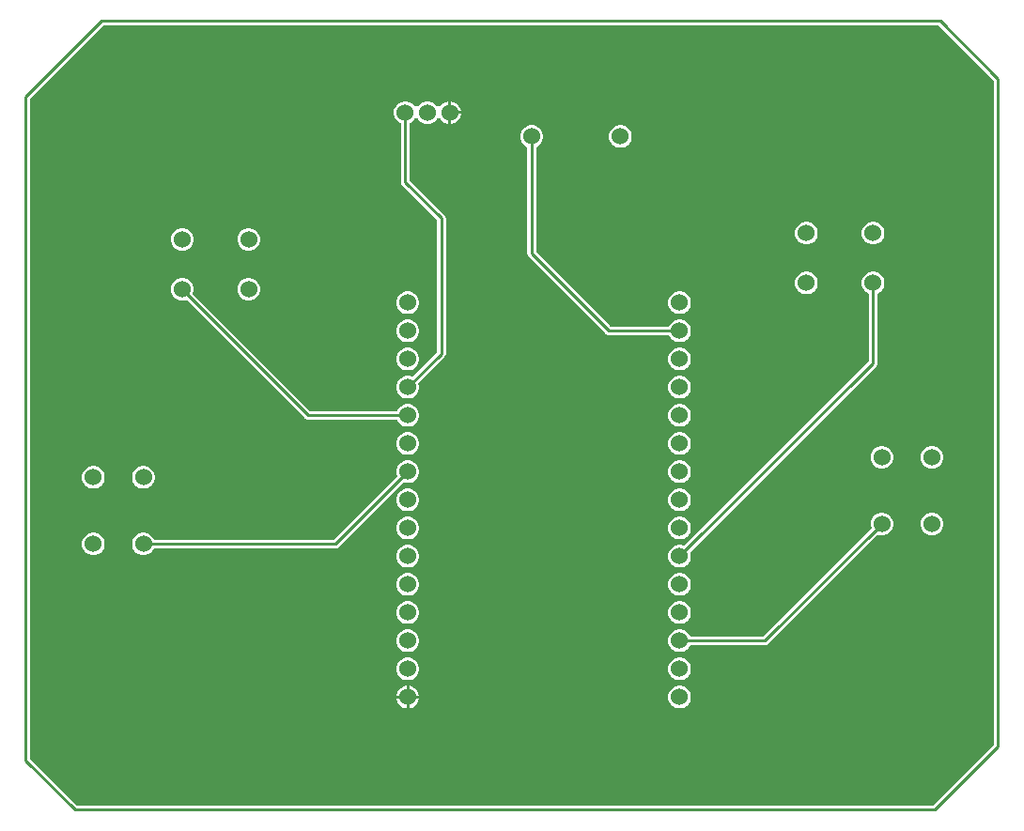
<source format=gbr>
G04*
G04 #@! TF.GenerationSoftware,Altium Limited,Altium Designer,25.3.3 (18)*
G04*
G04 Layer_Physical_Order=1*
G04 Layer_Color=255*
%FSLAX44Y44*%
%MOMM*%
G71*
G04*
G04 #@! TF.SameCoordinates,BFA56DCA-6B84-46F4-87B7-A1C525471511*
G04*
G04*
G04 #@! TF.FilePolarity,Positive*
G04*
G01*
G75*
%ADD10C,0.2540*%
%ADD12C,1.5240*%
G36*
X1454075Y958511D02*
Y359749D01*
X1399201Y304875D01*
X627719D01*
X585545Y347049D01*
Y942001D01*
X651849Y1008305D01*
X1404281D01*
X1454075Y958511D01*
D02*
G37*
%LPC*%
G36*
X962340Y939800D02*
X962272D01*
X959688Y939108D01*
X957372Y937770D01*
X955480Y935878D01*
X955077Y935180D01*
X952143D01*
X951740Y935878D01*
X949848Y937770D01*
X947532Y939108D01*
X944948Y939800D01*
X942272D01*
X939688Y939108D01*
X937372Y937770D01*
X935480Y935878D01*
X935077Y935180D01*
X932143D01*
X931740Y935878D01*
X929848Y937770D01*
X927532Y939108D01*
X924948Y939800D01*
X922272D01*
X919688Y939108D01*
X917372Y937770D01*
X915480Y935878D01*
X914142Y933562D01*
X913450Y930978D01*
Y928302D01*
X914142Y925718D01*
X915480Y923402D01*
X917372Y921510D01*
X919688Y920172D01*
X919725Y920163D01*
Y867090D01*
X920021Y865603D01*
X920863Y864343D01*
X952425Y832781D01*
Y713969D01*
X929895Y691439D01*
X929862Y691458D01*
X927278Y692150D01*
X924602D01*
X922018Y691458D01*
X919702Y690120D01*
X917810Y688228D01*
X916472Y685912D01*
X915780Y683328D01*
Y680652D01*
X916472Y678068D01*
X917810Y675752D01*
X919702Y673860D01*
X922018Y672522D01*
X924602Y671830D01*
X927278D01*
X929862Y672522D01*
X932178Y673860D01*
X934070Y675752D01*
X935408Y678068D01*
X936100Y680652D01*
Y683328D01*
X935408Y685912D01*
X935388Y685945D01*
X959057Y709613D01*
X959899Y710873D01*
X960195Y712360D01*
Y834390D01*
X959899Y835877D01*
X959057Y837137D01*
X927495Y868699D01*
Y920163D01*
X927532Y920172D01*
X929848Y921510D01*
X931740Y923402D01*
X932143Y924100D01*
X935077D01*
X935480Y923402D01*
X937372Y921510D01*
X939688Y920172D01*
X942272Y919480D01*
X944948D01*
X947532Y920172D01*
X949848Y921510D01*
X951740Y923402D01*
X952143Y924100D01*
X955077D01*
X955480Y923402D01*
X957372Y921510D01*
X959688Y920172D01*
X962272Y919480D01*
X962340D01*
Y929640D01*
Y939800D01*
D02*
G37*
G36*
X964948D02*
X964880D01*
Y930910D01*
X973770D01*
Y930978D01*
X973078Y933562D01*
X971740Y935878D01*
X969848Y937770D01*
X967532Y939108D01*
X964948Y939800D01*
D02*
G37*
G36*
X973770Y928370D02*
X964880D01*
Y919480D01*
X964948D01*
X967532Y920172D01*
X969848Y921510D01*
X971740Y923402D01*
X973078Y925718D01*
X973770Y928302D01*
Y928370D01*
D02*
G37*
G36*
X1118928Y918210D02*
X1116252D01*
X1113668Y917518D01*
X1111352Y916180D01*
X1109460Y914288D01*
X1108122Y911972D01*
X1107430Y909388D01*
Y906712D01*
X1108122Y904128D01*
X1109460Y901812D01*
X1111352Y899920D01*
X1113668Y898582D01*
X1116252Y897890D01*
X1118928D01*
X1121512Y898582D01*
X1123828Y899920D01*
X1125720Y901812D01*
X1127058Y904128D01*
X1127750Y906712D01*
Y909388D01*
X1127058Y911972D01*
X1125720Y914288D01*
X1123828Y916180D01*
X1121512Y917518D01*
X1118928Y918210D01*
D02*
G37*
G36*
X1346578Y831130D02*
X1343902D01*
X1341318Y830437D01*
X1339002Y829100D01*
X1337110Y827208D01*
X1335772Y824892D01*
X1335080Y822308D01*
Y819632D01*
X1335772Y817048D01*
X1337110Y814732D01*
X1339002Y812840D01*
X1341318Y811502D01*
X1343902Y810810D01*
X1346578D01*
X1349162Y811502D01*
X1351478Y812840D01*
X1353370Y814732D01*
X1354708Y817048D01*
X1355400Y819632D01*
Y822308D01*
X1354708Y824892D01*
X1353370Y827208D01*
X1351478Y829100D01*
X1349162Y830437D01*
X1346578Y831130D01*
D02*
G37*
G36*
X1286578D02*
X1283902D01*
X1281318Y830437D01*
X1279002Y829100D01*
X1277110Y827208D01*
X1275772Y824892D01*
X1275080Y822308D01*
Y819632D01*
X1275772Y817048D01*
X1277110Y814732D01*
X1279002Y812840D01*
X1281318Y811502D01*
X1283902Y810810D01*
X1286578D01*
X1289162Y811502D01*
X1291478Y812840D01*
X1293370Y814732D01*
X1294708Y817048D01*
X1295400Y819632D01*
Y822308D01*
X1294708Y824892D01*
X1293370Y827208D01*
X1291478Y829100D01*
X1289162Y830437D01*
X1286578Y831130D01*
D02*
G37*
G36*
X723968Y825500D02*
X721292D01*
X718708Y824808D01*
X716392Y823470D01*
X714500Y821578D01*
X713162Y819262D01*
X712470Y816678D01*
Y814002D01*
X713162Y811418D01*
X714500Y809102D01*
X716392Y807210D01*
X718708Y805872D01*
X721292Y805180D01*
X723968D01*
X726552Y805872D01*
X728868Y807210D01*
X730760Y809102D01*
X732098Y811418D01*
X732790Y814002D01*
Y816678D01*
X732098Y819262D01*
X730760Y821578D01*
X728868Y823470D01*
X726552Y824808D01*
X723968Y825500D01*
D02*
G37*
G36*
X783968Y825500D02*
X781292D01*
X778708Y824808D01*
X776392Y823470D01*
X774500Y821578D01*
X773162Y819261D01*
X772470Y816677D01*
Y814002D01*
X773162Y811418D01*
X774500Y809101D01*
X776392Y807210D01*
X778708Y805872D01*
X781292Y805180D01*
X783968D01*
X786552Y805872D01*
X788868Y807210D01*
X790760Y809101D01*
X792098Y811418D01*
X792790Y814002D01*
Y816677D01*
X792098Y819261D01*
X790760Y821578D01*
X788868Y823470D01*
X786552Y824808D01*
X783968Y825500D01*
D02*
G37*
G36*
X1286578Y786130D02*
X1283902D01*
X1281318Y785438D01*
X1279002Y784100D01*
X1277110Y782208D01*
X1275772Y779892D01*
X1275080Y777308D01*
Y774632D01*
X1275772Y772048D01*
X1277110Y769732D01*
X1279002Y767840D01*
X1281318Y766502D01*
X1283902Y765810D01*
X1286578D01*
X1289162Y766502D01*
X1291478Y767840D01*
X1293370Y769732D01*
X1294708Y772048D01*
X1295400Y774632D01*
Y777308D01*
X1294708Y779892D01*
X1293370Y782208D01*
X1291478Y784100D01*
X1289162Y785438D01*
X1286578Y786130D01*
D02*
G37*
G36*
X783968Y780500D02*
X781292D01*
X778708Y779808D01*
X776392Y778470D01*
X774500Y776578D01*
X773162Y774262D01*
X772470Y771678D01*
Y769002D01*
X773162Y766418D01*
X774500Y764102D01*
X776392Y762210D01*
X778708Y760872D01*
X781292Y760180D01*
X783968D01*
X786552Y760872D01*
X788868Y762210D01*
X790760Y764102D01*
X792098Y766418D01*
X792790Y769002D01*
Y771678D01*
X792098Y774262D01*
X790760Y776578D01*
X788868Y778470D01*
X786552Y779808D01*
X783968Y780500D01*
D02*
G37*
G36*
X1172278Y768350D02*
X1169602D01*
X1167018Y767658D01*
X1164702Y766320D01*
X1162810Y764428D01*
X1161472Y762112D01*
X1160780Y759528D01*
Y756852D01*
X1161472Y754268D01*
X1162810Y751952D01*
X1164702Y750060D01*
X1167018Y748722D01*
X1169602Y748030D01*
X1172278D01*
X1174862Y748722D01*
X1177178Y750060D01*
X1179070Y751952D01*
X1180408Y754268D01*
X1181100Y756852D01*
Y759528D01*
X1180408Y762112D01*
X1179070Y764428D01*
X1177178Y766320D01*
X1174862Y767658D01*
X1172278Y768350D01*
D02*
G37*
G36*
X927278D02*
X924602D01*
X922018Y767658D01*
X919702Y766320D01*
X917810Y764428D01*
X916472Y762112D01*
X915780Y759528D01*
Y756852D01*
X916472Y754268D01*
X917810Y751952D01*
X919702Y750060D01*
X922018Y748722D01*
X924602Y748030D01*
X927278D01*
X929862Y748722D01*
X932178Y750060D01*
X934070Y751952D01*
X935408Y754268D01*
X936100Y756852D01*
Y759528D01*
X935408Y762112D01*
X934070Y764428D01*
X932178Y766320D01*
X929862Y767658D01*
X927278Y768350D01*
D02*
G37*
G36*
X1038928Y918210D02*
X1036252D01*
X1033668Y917518D01*
X1031352Y916180D01*
X1029460Y914288D01*
X1028122Y911972D01*
X1027430Y909388D01*
Y906712D01*
X1028122Y904128D01*
X1029460Y901812D01*
X1031352Y899920D01*
X1033668Y898582D01*
X1033705Y898572D01*
Y802640D01*
X1034001Y801153D01*
X1034843Y799893D01*
X1104693Y730043D01*
X1105953Y729201D01*
X1107440Y728905D01*
X1161462D01*
X1161472Y728868D01*
X1162810Y726552D01*
X1164702Y724660D01*
X1167018Y723322D01*
X1169602Y722630D01*
X1172278D01*
X1174862Y723322D01*
X1177178Y724660D01*
X1179070Y726552D01*
X1180408Y728868D01*
X1181100Y731452D01*
Y734128D01*
X1180408Y736712D01*
X1179070Y739028D01*
X1177178Y740920D01*
X1174862Y742258D01*
X1172278Y742950D01*
X1169602D01*
X1167018Y742258D01*
X1164702Y740920D01*
X1162810Y739028D01*
X1161472Y736712D01*
X1161462Y736675D01*
X1109049D01*
X1041475Y804249D01*
Y898572D01*
X1041512Y898582D01*
X1043828Y899920D01*
X1045720Y901812D01*
X1047058Y904128D01*
X1047750Y906712D01*
Y909388D01*
X1047058Y911972D01*
X1045720Y914288D01*
X1043828Y916180D01*
X1041512Y917518D01*
X1038928Y918210D01*
D02*
G37*
G36*
X927278Y742950D02*
X924602D01*
X922018Y742258D01*
X919702Y740920D01*
X917810Y739028D01*
X916472Y736712D01*
X915780Y734128D01*
Y731452D01*
X916472Y728868D01*
X917810Y726552D01*
X919702Y724660D01*
X922018Y723322D01*
X924602Y722630D01*
X927278D01*
X929862Y723322D01*
X932178Y724660D01*
X934070Y726552D01*
X935408Y728868D01*
X936100Y731452D01*
Y734128D01*
X935408Y736712D01*
X934070Y739028D01*
X932178Y740920D01*
X929862Y742258D01*
X927278Y742950D01*
D02*
G37*
G36*
X1172278Y717550D02*
X1169602D01*
X1167018Y716858D01*
X1164702Y715520D01*
X1162810Y713628D01*
X1161472Y711312D01*
X1160780Y708728D01*
Y706052D01*
X1161472Y703468D01*
X1162810Y701152D01*
X1164702Y699260D01*
X1167018Y697922D01*
X1169602Y697230D01*
X1172278D01*
X1174862Y697922D01*
X1177178Y699260D01*
X1179070Y701152D01*
X1180408Y703468D01*
X1181100Y706052D01*
Y708728D01*
X1180408Y711312D01*
X1179070Y713628D01*
X1177178Y715520D01*
X1174862Y716858D01*
X1172278Y717550D01*
D02*
G37*
G36*
X927278D02*
X924602D01*
X922018Y716858D01*
X919702Y715520D01*
X917810Y713628D01*
X916472Y711312D01*
X915780Y708728D01*
Y706052D01*
X916472Y703468D01*
X917810Y701152D01*
X919702Y699260D01*
X922018Y697922D01*
X924602Y697230D01*
X927278D01*
X929862Y697922D01*
X932178Y699260D01*
X934070Y701152D01*
X935408Y703468D01*
X936100Y706052D01*
Y708728D01*
X935408Y711312D01*
X934070Y713628D01*
X932178Y715520D01*
X929862Y716858D01*
X927278Y717550D01*
D02*
G37*
G36*
X1172278Y692150D02*
X1169602D01*
X1167018Y691458D01*
X1164702Y690120D01*
X1162810Y688228D01*
X1161472Y685912D01*
X1160780Y683328D01*
Y680652D01*
X1161472Y678068D01*
X1162810Y675752D01*
X1164702Y673860D01*
X1167018Y672522D01*
X1169602Y671830D01*
X1172278D01*
X1174862Y672522D01*
X1177178Y673860D01*
X1179070Y675752D01*
X1180408Y678068D01*
X1181100Y680652D01*
Y683328D01*
X1180408Y685912D01*
X1179070Y688228D01*
X1177178Y690120D01*
X1174862Y691458D01*
X1172278Y692150D01*
D02*
G37*
G36*
X1172278Y666750D02*
X1169602D01*
X1167018Y666058D01*
X1164702Y664720D01*
X1162810Y662828D01*
X1161472Y660512D01*
X1160780Y657928D01*
Y655252D01*
X1161472Y652668D01*
X1162810Y650352D01*
X1164702Y648460D01*
X1167018Y647122D01*
X1169602Y646430D01*
X1172278D01*
X1174862Y647122D01*
X1177178Y648460D01*
X1179070Y650352D01*
X1180408Y652668D01*
X1181100Y655252D01*
Y657928D01*
X1180408Y660512D01*
X1179070Y662828D01*
X1177178Y664720D01*
X1174862Y666058D01*
X1172278Y666750D01*
D02*
G37*
G36*
X723968Y780500D02*
X721292D01*
X718708Y779808D01*
X716392Y778470D01*
X714500Y776578D01*
X713162Y774262D01*
X712470Y771678D01*
Y769002D01*
X713162Y766418D01*
X714500Y764102D01*
X716392Y762210D01*
X718708Y760872D01*
X721292Y760180D01*
X723968D01*
X726552Y760872D01*
X726585Y760891D01*
X833633Y653843D01*
X834893Y653001D01*
X836380Y652705D01*
X916462D01*
X916472Y652668D01*
X917810Y650352D01*
X919702Y648460D01*
X922018Y647122D01*
X924602Y646430D01*
X927278D01*
X929862Y647122D01*
X932178Y648460D01*
X934070Y650352D01*
X935408Y652668D01*
X936100Y655252D01*
Y657928D01*
X935408Y660512D01*
X934070Y662828D01*
X932178Y664720D01*
X929862Y666058D01*
X927278Y666750D01*
X924602D01*
X922018Y666058D01*
X919702Y664720D01*
X917810Y662828D01*
X916472Y660512D01*
X916462Y660475D01*
X837989D01*
X732078Y766385D01*
X732098Y766418D01*
X732790Y769002D01*
Y771678D01*
X732098Y774262D01*
X730760Y776578D01*
X728868Y778470D01*
X726552Y779808D01*
X723968Y780500D01*
D02*
G37*
G36*
X1172278Y641350D02*
X1169602D01*
X1167018Y640658D01*
X1164702Y639320D01*
X1162810Y637428D01*
X1161472Y635112D01*
X1160780Y632528D01*
Y629852D01*
X1161472Y627268D01*
X1162810Y624952D01*
X1164702Y623060D01*
X1167018Y621722D01*
X1169602Y621030D01*
X1172278D01*
X1174862Y621722D01*
X1177178Y623060D01*
X1179070Y624952D01*
X1180408Y627268D01*
X1181100Y629852D01*
Y632528D01*
X1180408Y635112D01*
X1179070Y637428D01*
X1177178Y639320D01*
X1174862Y640658D01*
X1172278Y641350D01*
D02*
G37*
G36*
X927278D02*
X924602D01*
X922018Y640658D01*
X919702Y639320D01*
X917810Y637428D01*
X916472Y635112D01*
X915780Y632528D01*
Y629852D01*
X916472Y627268D01*
X917810Y624952D01*
X919702Y623060D01*
X922018Y621722D01*
X924602Y621030D01*
X927278D01*
X929862Y621722D01*
X932178Y623060D01*
X934070Y624952D01*
X935408Y627268D01*
X936100Y629852D01*
Y632528D01*
X935408Y635112D01*
X934070Y637428D01*
X932178Y639320D01*
X929862Y640658D01*
X927278Y641350D01*
D02*
G37*
G36*
X1399608Y628960D02*
X1396932D01*
X1394348Y628268D01*
X1392032Y626930D01*
X1390140Y625038D01*
X1388802Y622722D01*
X1388110Y620138D01*
Y617462D01*
X1388802Y614878D01*
X1390140Y612562D01*
X1392032Y610670D01*
X1394348Y609332D01*
X1396932Y608640D01*
X1399608D01*
X1402192Y609332D01*
X1404508Y610670D01*
X1406400Y612562D01*
X1407738Y614878D01*
X1408430Y617462D01*
Y620138D01*
X1407738Y622722D01*
X1406400Y625038D01*
X1404508Y626930D01*
X1402192Y628268D01*
X1399608Y628960D01*
D02*
G37*
G36*
X1354608D02*
X1351933D01*
X1349348Y628268D01*
X1347032Y626930D01*
X1345140Y625038D01*
X1343802Y622722D01*
X1343110Y620138D01*
Y617462D01*
X1343802Y614878D01*
X1345140Y612562D01*
X1347032Y610670D01*
X1349348Y609332D01*
X1351933Y608640D01*
X1354608D01*
X1357192Y609332D01*
X1359509Y610670D01*
X1361400Y612562D01*
X1362738Y614878D01*
X1363430Y617462D01*
Y620138D01*
X1362738Y622722D01*
X1361400Y625038D01*
X1359509Y626930D01*
X1357192Y628268D01*
X1354608Y628960D01*
D02*
G37*
G36*
X1172278Y615950D02*
X1169602D01*
X1167018Y615258D01*
X1164702Y613920D01*
X1162810Y612028D01*
X1161472Y609712D01*
X1160780Y607128D01*
Y604452D01*
X1161472Y601868D01*
X1162810Y599552D01*
X1164702Y597660D01*
X1167018Y596322D01*
X1169602Y595630D01*
X1172278D01*
X1174862Y596322D01*
X1177178Y597660D01*
X1179070Y599552D01*
X1180408Y601868D01*
X1181100Y604452D01*
Y607128D01*
X1180408Y609712D01*
X1179070Y612028D01*
X1177178Y613920D01*
X1174862Y615258D01*
X1172278Y615950D01*
D02*
G37*
G36*
X927278D02*
X924602D01*
X922018Y615258D01*
X919702Y613920D01*
X917810Y612028D01*
X916472Y609712D01*
X915780Y607128D01*
Y604452D01*
X916472Y601868D01*
X916491Y601835D01*
X859251Y544595D01*
X697097D01*
X697087Y544632D01*
X695750Y546948D01*
X693858Y548840D01*
X691542Y550178D01*
X688958Y550870D01*
X686282D01*
X683698Y550178D01*
X681382Y548840D01*
X679490Y546948D01*
X678152Y544632D01*
X677460Y542048D01*
Y539372D01*
X678152Y536788D01*
X679490Y534472D01*
X681382Y532580D01*
X683698Y531242D01*
X686282Y530550D01*
X688958D01*
X691542Y531242D01*
X693858Y532580D01*
X695750Y534472D01*
X697087Y536788D01*
X697097Y536825D01*
X860860D01*
X862347Y537121D01*
X863607Y537963D01*
X921985Y596342D01*
X922018Y596322D01*
X924602Y595630D01*
X927278D01*
X929862Y596322D01*
X932178Y597660D01*
X934070Y599552D01*
X935408Y601868D01*
X936100Y604452D01*
Y607128D01*
X935408Y609712D01*
X934070Y612028D01*
X932178Y613920D01*
X929862Y615258D01*
X927278Y615950D01*
D02*
G37*
G36*
X688958Y610870D02*
X686282D01*
X683698Y610178D01*
X681382Y608840D01*
X679490Y606948D01*
X678152Y604632D01*
X677460Y602048D01*
Y599372D01*
X678152Y596788D01*
X679490Y594472D01*
X681382Y592580D01*
X683698Y591242D01*
X686282Y590550D01*
X688958D01*
X691542Y591242D01*
X693858Y592580D01*
X695750Y594472D01*
X697087Y596788D01*
X697780Y599372D01*
Y602048D01*
X697087Y604632D01*
X695750Y606948D01*
X693858Y608840D01*
X691542Y610178D01*
X688958Y610870D01*
D02*
G37*
G36*
X643958D02*
X641282D01*
X638698Y610178D01*
X636382Y608840D01*
X634490Y606948D01*
X633152Y604632D01*
X632460Y602048D01*
Y599372D01*
X633152Y596788D01*
X634490Y594472D01*
X636382Y592580D01*
X638698Y591242D01*
X641282Y590550D01*
X643958D01*
X646542Y591242D01*
X648858Y592580D01*
X650750Y594472D01*
X652088Y596788D01*
X652780Y599372D01*
Y602048D01*
X652088Y604632D01*
X650750Y606948D01*
X648858Y608840D01*
X646542Y610178D01*
X643958Y610870D01*
D02*
G37*
G36*
X1172278Y590550D02*
X1169602D01*
X1167018Y589858D01*
X1164702Y588520D01*
X1162810Y586628D01*
X1161472Y584312D01*
X1160780Y581728D01*
Y579052D01*
X1161472Y576468D01*
X1162810Y574152D01*
X1164702Y572260D01*
X1167018Y570922D01*
X1169602Y570230D01*
X1172278D01*
X1174862Y570922D01*
X1177178Y572260D01*
X1179070Y574152D01*
X1180408Y576468D01*
X1181100Y579052D01*
Y581728D01*
X1180408Y584312D01*
X1179070Y586628D01*
X1177178Y588520D01*
X1174862Y589858D01*
X1172278Y590550D01*
D02*
G37*
G36*
X927278D02*
X924602D01*
X922018Y589858D01*
X919702Y588520D01*
X917810Y586628D01*
X916472Y584312D01*
X915780Y581728D01*
Y579052D01*
X916472Y576468D01*
X917810Y574152D01*
X919702Y572260D01*
X922018Y570922D01*
X924602Y570230D01*
X927278D01*
X929862Y570922D01*
X932178Y572260D01*
X934070Y574152D01*
X935408Y576468D01*
X936100Y579052D01*
Y581728D01*
X935408Y584312D01*
X934070Y586628D01*
X932178Y588520D01*
X929862Y589858D01*
X927278Y590550D01*
D02*
G37*
G36*
X1399608Y568960D02*
X1396932D01*
X1394348Y568268D01*
X1392032Y566930D01*
X1390140Y565038D01*
X1388802Y562722D01*
X1388110Y560138D01*
Y557462D01*
X1388802Y554878D01*
X1390140Y552562D01*
X1392032Y550670D01*
X1394348Y549332D01*
X1396932Y548640D01*
X1399608D01*
X1402192Y549332D01*
X1404508Y550670D01*
X1406400Y552562D01*
X1407738Y554878D01*
X1408430Y557462D01*
Y560138D01*
X1407738Y562722D01*
X1406400Y565038D01*
X1404508Y566930D01*
X1402192Y568268D01*
X1399608Y568960D01*
D02*
G37*
G36*
X1354608D02*
X1351932D01*
X1349348Y568268D01*
X1347032Y566930D01*
X1345140Y565038D01*
X1343802Y562722D01*
X1343110Y560138D01*
Y557462D01*
X1343802Y554878D01*
X1343822Y554845D01*
X1246251Y457275D01*
X1180417D01*
X1180408Y457312D01*
X1179070Y459628D01*
X1177178Y461520D01*
X1174862Y462858D01*
X1172278Y463550D01*
X1169602D01*
X1167018Y462858D01*
X1164702Y461520D01*
X1162810Y459628D01*
X1161472Y457312D01*
X1160780Y454728D01*
Y452052D01*
X1161472Y449468D01*
X1162810Y447152D01*
X1164702Y445260D01*
X1167018Y443922D01*
X1169602Y443230D01*
X1172278D01*
X1174862Y443922D01*
X1177178Y445260D01*
X1179070Y447152D01*
X1180408Y449468D01*
X1180417Y449505D01*
X1247860D01*
X1249347Y449801D01*
X1250607Y450643D01*
X1349315Y549352D01*
X1349348Y549332D01*
X1351932Y548640D01*
X1354608D01*
X1357192Y549332D01*
X1359508Y550670D01*
X1361400Y552562D01*
X1362738Y554878D01*
X1363430Y557462D01*
Y560138D01*
X1362738Y562722D01*
X1361400Y565038D01*
X1359508Y566930D01*
X1357192Y568268D01*
X1354608Y568960D01*
D02*
G37*
G36*
X1172278Y565150D02*
X1169602D01*
X1167018Y564458D01*
X1164702Y563120D01*
X1162810Y561228D01*
X1161472Y558912D01*
X1160780Y556328D01*
Y553652D01*
X1161472Y551068D01*
X1162810Y548752D01*
X1164702Y546860D01*
X1167018Y545522D01*
X1169602Y544830D01*
X1172278D01*
X1174862Y545522D01*
X1177178Y546860D01*
X1179070Y548752D01*
X1180408Y551068D01*
X1181100Y553652D01*
Y556328D01*
X1180408Y558912D01*
X1179070Y561228D01*
X1177178Y563120D01*
X1174862Y564458D01*
X1172278Y565150D01*
D02*
G37*
G36*
X927278D02*
X924602D01*
X922018Y564458D01*
X919702Y563120D01*
X917810Y561228D01*
X916472Y558912D01*
X915780Y556328D01*
Y553652D01*
X916472Y551068D01*
X917810Y548752D01*
X919702Y546860D01*
X922018Y545522D01*
X924602Y544830D01*
X927278D01*
X929862Y545522D01*
X932178Y546860D01*
X934070Y548752D01*
X935408Y551068D01*
X936100Y553652D01*
Y556328D01*
X935408Y558912D01*
X934070Y561228D01*
X932178Y563120D01*
X929862Y564458D01*
X927278Y565150D01*
D02*
G37*
G36*
X1346578Y786130D02*
X1343902D01*
X1341318Y785437D01*
X1339002Y784100D01*
X1337110Y782208D01*
X1335772Y779892D01*
X1335080Y777308D01*
Y774632D01*
X1335772Y772048D01*
X1337110Y769732D01*
X1339002Y767840D01*
X1341318Y766502D01*
X1341355Y766492D01*
Y705499D01*
X1174895Y539039D01*
X1174862Y539058D01*
X1172278Y539750D01*
X1169602D01*
X1167018Y539058D01*
X1164702Y537720D01*
X1162810Y535828D01*
X1161472Y533512D01*
X1160780Y530928D01*
Y528252D01*
X1161472Y525668D01*
X1162810Y523352D01*
X1164702Y521460D01*
X1167018Y520122D01*
X1169602Y519430D01*
X1172278D01*
X1174862Y520122D01*
X1177178Y521460D01*
X1179070Y523352D01*
X1180408Y525668D01*
X1181100Y528252D01*
Y530928D01*
X1180408Y533512D01*
X1180388Y533545D01*
X1347987Y701143D01*
X1348829Y702403D01*
X1349125Y703890D01*
Y766492D01*
X1349162Y766502D01*
X1351478Y767840D01*
X1353370Y769732D01*
X1354708Y772048D01*
X1355400Y774632D01*
Y777308D01*
X1354708Y779892D01*
X1353370Y782208D01*
X1351478Y784100D01*
X1349162Y785437D01*
X1346578Y786130D01*
D02*
G37*
G36*
X643958Y550870D02*
X641282D01*
X638698Y550178D01*
X636381Y548840D01*
X634490Y546948D01*
X633152Y544632D01*
X632460Y542048D01*
Y539372D01*
X633152Y536788D01*
X634490Y534472D01*
X636381Y532580D01*
X638698Y531242D01*
X641282Y530550D01*
X643958D01*
X646542Y531242D01*
X648858Y532580D01*
X650750Y534472D01*
X652087Y536788D01*
X652780Y539372D01*
Y542048D01*
X652087Y544632D01*
X650750Y546948D01*
X648858Y548840D01*
X646542Y550178D01*
X643958Y550870D01*
D02*
G37*
G36*
X927278Y539750D02*
X924602D01*
X922018Y539058D01*
X919702Y537720D01*
X917810Y535828D01*
X916472Y533512D01*
X915780Y530928D01*
Y528252D01*
X916472Y525668D01*
X917810Y523352D01*
X919702Y521460D01*
X922018Y520122D01*
X924602Y519430D01*
X927278D01*
X929862Y520122D01*
X932178Y521460D01*
X934070Y523352D01*
X935408Y525668D01*
X936100Y528252D01*
Y530928D01*
X935408Y533512D01*
X934070Y535828D01*
X932178Y537720D01*
X929862Y539058D01*
X927278Y539750D01*
D02*
G37*
G36*
X1172278Y514350D02*
X1169602D01*
X1167018Y513658D01*
X1164702Y512320D01*
X1162810Y510428D01*
X1161472Y508112D01*
X1160780Y505528D01*
Y502852D01*
X1161472Y500268D01*
X1162810Y497952D01*
X1164702Y496060D01*
X1167018Y494722D01*
X1169602Y494030D01*
X1172278D01*
X1174862Y494722D01*
X1177178Y496060D01*
X1179070Y497952D01*
X1180408Y500268D01*
X1181100Y502852D01*
Y505528D01*
X1180408Y508112D01*
X1179070Y510428D01*
X1177178Y512320D01*
X1174862Y513658D01*
X1172278Y514350D01*
D02*
G37*
G36*
X927278D02*
X924602D01*
X922018Y513658D01*
X919702Y512320D01*
X917810Y510428D01*
X916472Y508112D01*
X915780Y505528D01*
Y502852D01*
X916472Y500268D01*
X917810Y497952D01*
X919702Y496060D01*
X922018Y494722D01*
X924602Y494030D01*
X927278D01*
X929862Y494722D01*
X932178Y496060D01*
X934070Y497952D01*
X935408Y500268D01*
X936100Y502852D01*
Y505528D01*
X935408Y508112D01*
X934070Y510428D01*
X932178Y512320D01*
X929862Y513658D01*
X927278Y514350D01*
D02*
G37*
G36*
X1172278Y488950D02*
X1169602D01*
X1167018Y488258D01*
X1164702Y486920D01*
X1162810Y485028D01*
X1161472Y482712D01*
X1160780Y480128D01*
Y477452D01*
X1161472Y474868D01*
X1162810Y472552D01*
X1164702Y470660D01*
X1167018Y469322D01*
X1169602Y468630D01*
X1172278D01*
X1174862Y469322D01*
X1177178Y470660D01*
X1179070Y472552D01*
X1180408Y474868D01*
X1181100Y477452D01*
Y480128D01*
X1180408Y482712D01*
X1179070Y485028D01*
X1177178Y486920D01*
X1174862Y488258D01*
X1172278Y488950D01*
D02*
G37*
G36*
X927278D02*
X924602D01*
X922018Y488258D01*
X919702Y486920D01*
X917810Y485028D01*
X916472Y482712D01*
X915780Y480128D01*
Y477452D01*
X916472Y474868D01*
X917810Y472552D01*
X919702Y470660D01*
X922018Y469322D01*
X924602Y468630D01*
X927278D01*
X929862Y469322D01*
X932178Y470660D01*
X934070Y472552D01*
X935408Y474868D01*
X936100Y477452D01*
Y480128D01*
X935408Y482712D01*
X934070Y485028D01*
X932178Y486920D01*
X929862Y488258D01*
X927278Y488950D01*
D02*
G37*
G36*
Y463550D02*
X924602D01*
X922018Y462858D01*
X919702Y461520D01*
X917810Y459628D01*
X916472Y457312D01*
X915780Y454728D01*
Y452052D01*
X916472Y449468D01*
X917810Y447152D01*
X919702Y445260D01*
X922018Y443922D01*
X924602Y443230D01*
X927278D01*
X929862Y443922D01*
X932178Y445260D01*
X934070Y447152D01*
X935408Y449468D01*
X936100Y452052D01*
Y454728D01*
X935408Y457312D01*
X934070Y459628D01*
X932178Y461520D01*
X929862Y462858D01*
X927278Y463550D01*
D02*
G37*
G36*
X1172278Y438150D02*
X1169602D01*
X1167018Y437458D01*
X1164702Y436120D01*
X1162810Y434228D01*
X1161472Y431912D01*
X1160780Y429328D01*
Y426652D01*
X1161472Y424068D01*
X1162810Y421752D01*
X1164702Y419860D01*
X1167018Y418522D01*
X1169602Y417830D01*
X1172278D01*
X1174862Y418522D01*
X1177178Y419860D01*
X1179070Y421752D01*
X1180408Y424068D01*
X1181100Y426652D01*
Y429328D01*
X1180408Y431912D01*
X1179070Y434228D01*
X1177178Y436120D01*
X1174862Y437458D01*
X1172278Y438150D01*
D02*
G37*
G36*
X927278D02*
X924602D01*
X922018Y437458D01*
X919702Y436120D01*
X917810Y434228D01*
X916472Y431912D01*
X915780Y429328D01*
Y426652D01*
X916472Y424068D01*
X917810Y421752D01*
X919702Y419860D01*
X922018Y418522D01*
X924602Y417830D01*
X927278D01*
X929862Y418522D01*
X932178Y419860D01*
X934070Y421752D01*
X935408Y424068D01*
X936100Y426652D01*
Y429328D01*
X935408Y431912D01*
X934070Y434228D01*
X932178Y436120D01*
X929862Y437458D01*
X927278Y438150D01*
D02*
G37*
G36*
Y412750D02*
X927210D01*
Y403860D01*
X936100D01*
Y403928D01*
X935408Y406512D01*
X934070Y408828D01*
X932178Y410720D01*
X929862Y412058D01*
X927278Y412750D01*
D02*
G37*
G36*
X924670D02*
X924602D01*
X922018Y412058D01*
X919702Y410720D01*
X917810Y408828D01*
X916472Y406512D01*
X915780Y403928D01*
Y403860D01*
X924670D01*
Y412750D01*
D02*
G37*
G36*
X1172278D02*
X1169602D01*
X1167018Y412058D01*
X1164702Y410720D01*
X1162810Y408828D01*
X1161472Y406512D01*
X1160780Y403928D01*
Y401252D01*
X1161472Y398668D01*
X1162810Y396352D01*
X1164702Y394460D01*
X1167018Y393122D01*
X1169602Y392430D01*
X1172278D01*
X1174862Y393122D01*
X1177178Y394460D01*
X1179070Y396352D01*
X1180408Y398668D01*
X1181100Y401252D01*
Y403928D01*
X1180408Y406512D01*
X1179070Y408828D01*
X1177178Y410720D01*
X1174862Y412058D01*
X1172278Y412750D01*
D02*
G37*
G36*
X936100Y401320D02*
X927210D01*
Y392430D01*
X927278D01*
X929862Y393122D01*
X932178Y394460D01*
X934070Y396352D01*
X935408Y398668D01*
X936100Y401252D01*
Y401320D01*
D02*
G37*
G36*
X924670D02*
X915780D01*
Y401252D01*
X916472Y398668D01*
X917810Y396352D01*
X919702Y394460D01*
X922018Y393122D01*
X924602Y392430D01*
X924670D01*
Y401320D01*
D02*
G37*
%LPD*%
D10*
X1405890Y1012190D02*
X1457960Y960120D01*
X650240Y1012190D02*
X1405890D01*
X581660Y345440D02*
Y943610D01*
Y345440D02*
X626110Y300990D01*
X1400810D01*
X581660Y943610D02*
X650240Y1012190D01*
X1405890D01*
X1457960Y960120D01*
Y358140D02*
Y960120D01*
X1400810Y300990D02*
X1457960Y358140D01*
X1345240Y703890D02*
Y775970D01*
X1170940Y529590D02*
X1345240Y703890D01*
X1247860Y453390D02*
X1353270Y558800D01*
X1170940Y453390D02*
X1247860D01*
X860860Y540710D02*
X925940Y605790D01*
X687620Y540710D02*
X860860D01*
X836380Y656590D02*
X925940D01*
X722630Y770340D02*
X836380Y656590D01*
X1037590Y802640D02*
X1107440Y732790D01*
X1037590Y802640D02*
Y908050D01*
X923610Y867090D02*
Y929640D01*
Y867090D02*
X956310Y834390D01*
Y712360D02*
Y834390D01*
X1107440Y732790D02*
X1170940D01*
X925940Y681990D02*
X956310Y712360D01*
D12*
X642620Y600710D02*
D03*
X687620D02*
D03*
X642620Y540710D02*
D03*
X687620D02*
D03*
X1037590Y908050D02*
D03*
X1117590D02*
D03*
X925940Y758190D02*
D03*
Y427990D02*
D03*
Y453390D02*
D03*
Y478790D02*
D03*
Y504190D02*
D03*
Y529590D02*
D03*
Y554990D02*
D03*
Y580390D02*
D03*
Y605790D02*
D03*
Y631190D02*
D03*
Y656590D02*
D03*
Y681990D02*
D03*
Y707390D02*
D03*
Y732790D02*
D03*
Y402590D02*
D03*
X1170940Y758190D02*
D03*
Y427990D02*
D03*
Y453390D02*
D03*
Y478790D02*
D03*
Y504190D02*
D03*
Y529590D02*
D03*
Y554990D02*
D03*
Y580390D02*
D03*
Y605790D02*
D03*
Y631190D02*
D03*
Y656590D02*
D03*
X1170940Y681990D02*
D03*
X1170940Y707390D02*
D03*
Y732790D02*
D03*
Y402590D02*
D03*
X1353270Y618800D02*
D03*
X1398270D02*
D03*
X1353270Y558800D02*
D03*
X1398270D02*
D03*
X782630Y815340D02*
D03*
Y770340D02*
D03*
X722630Y815340D02*
D03*
Y770340D02*
D03*
X1285240Y775970D02*
D03*
Y820970D02*
D03*
X1345240Y775970D02*
D03*
Y820970D02*
D03*
X963610Y929640D02*
D03*
X943610D02*
D03*
X923610D02*
D03*
M02*

</source>
